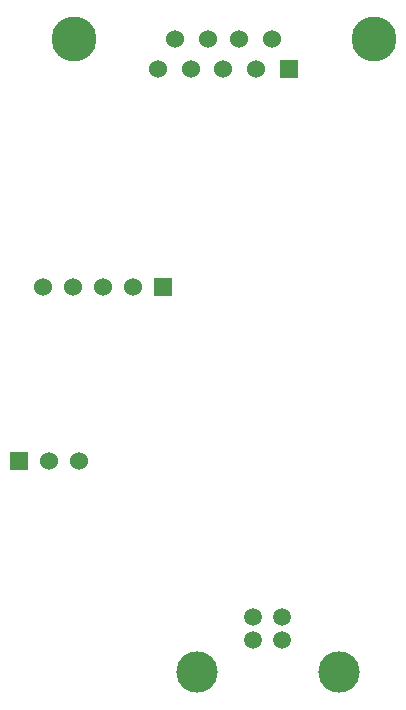
<source format=gbl>
G04 (created by PCBNEW-RS274X (2012-02-19 BZR 3421)-stable) date jue 22 mar 2012 00:35:12 COT*
G01*
G70*
G90*
%MOIN*%
G04 Gerber Fmt 3.4, Leading zero omitted, Abs format*
%FSLAX34Y34*%
G04 APERTURE LIST*
%ADD10C,0.006000*%
%ADD11R,0.060000X0.060000*%
%ADD12C,0.060000*%
%ADD13C,0.150000*%
%ADD14C,0.059100*%
%ADD15C,0.137800*%
G04 APERTURE END LIST*
G54D10*
G54D11*
X93000Y-42000D03*
G54D12*
X92000Y-42000D03*
X91000Y-42000D03*
X90000Y-42000D03*
X89000Y-42000D03*
G54D11*
X88200Y-47800D03*
G54D12*
X89200Y-47800D03*
X90200Y-47800D03*
G54D13*
X100050Y-33750D03*
X90050Y-33750D03*
G54D11*
X97200Y-34750D03*
G54D12*
X96100Y-34750D03*
X95000Y-34750D03*
X93950Y-34750D03*
X92850Y-34750D03*
X93400Y-33750D03*
X94500Y-33750D03*
X95550Y-33750D03*
X96650Y-33750D03*
G54D14*
X96010Y-53780D03*
X96990Y-53780D03*
X96990Y-52990D03*
X96010Y-52990D03*
G54D15*
X94130Y-54850D03*
X98870Y-54850D03*
M02*

</source>
